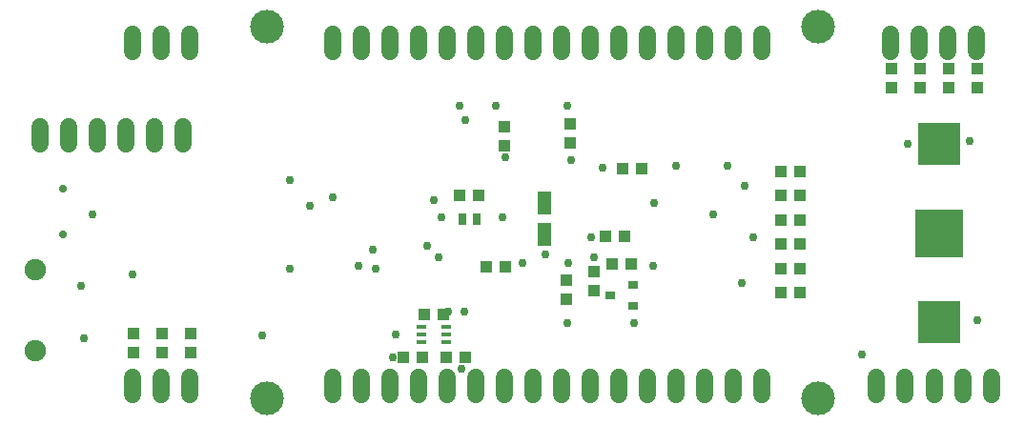
<source format=gbs>
G75*
%MOIN*%
%OFA0B0*%
%FSLAX25Y25*%
%IPPOS*%
%LPD*%
%AMOC8*
5,1,8,0,0,1.08239X$1,22.5*
%
%ADD10R,0.02520X0.04016*%
%ADD11R,0.04331X0.03937*%
%ADD12R,0.03937X0.04331*%
%ADD13R,0.04724X0.07874*%
%ADD14R,0.15000X0.15000*%
%ADD15R,0.17000X0.17000*%
%ADD16C,0.02756*%
%ADD17C,0.07480*%
%ADD18C,0.11811*%
%ADD19C,0.06000*%
%ADD20R,0.03346X0.01378*%
%ADD21R,0.03500X0.03100*%
%ADD22C,0.02953*%
D10*
X0211915Y0114860D03*
X0216954Y0114860D03*
D11*
X0217742Y0123214D03*
X0211049Y0123214D03*
X0220183Y0098198D03*
X0226876Y0098198D03*
X0258100Y0096446D03*
X0258100Y0089754D03*
X0261954Y0109002D03*
X0268647Y0109002D03*
X0267954Y0132502D03*
X0274647Y0132502D03*
X0361915Y0160754D03*
X0371915Y0160754D03*
X0381915Y0160754D03*
X0391915Y0160754D03*
X0391915Y0167446D03*
X0381915Y0167446D03*
X0371915Y0167446D03*
X0361915Y0167446D03*
X0205446Y0081600D03*
X0198754Y0081600D03*
X0116915Y0074946D03*
X0106915Y0074946D03*
X0096915Y0074946D03*
X0096915Y0068254D03*
X0106915Y0068254D03*
X0116915Y0068254D03*
D12*
X0191254Y0066600D03*
X0197946Y0066600D03*
X0206254Y0066600D03*
X0212946Y0066600D03*
X0248317Y0086868D03*
X0248317Y0093561D03*
X0264254Y0099100D03*
X0270946Y0099100D03*
X0323254Y0097600D03*
X0329946Y0097600D03*
X0329946Y0089100D03*
X0323254Y0089100D03*
X0323254Y0106100D03*
X0329946Y0106100D03*
X0329946Y0114600D03*
X0323254Y0114600D03*
X0323254Y0123100D03*
X0329946Y0123100D03*
X0329946Y0131600D03*
X0323254Y0131600D03*
X0249513Y0141639D03*
X0249513Y0148332D03*
X0226513Y0147332D03*
X0226513Y0140639D03*
D13*
X0240513Y0120498D03*
X0240513Y0109474D03*
D14*
X0378600Y0078809D03*
X0378600Y0141309D03*
D15*
X0378600Y0109809D03*
D16*
X0072411Y0109726D03*
X0072411Y0125474D03*
D17*
X0062600Y0097175D03*
X0062600Y0069025D03*
D18*
X0143529Y0052348D03*
X0336443Y0052348D03*
X0336443Y0182269D03*
X0143529Y0182269D03*
D19*
X0096600Y0059600D02*
X0096600Y0053600D01*
X0106600Y0053600D02*
X0106600Y0059600D01*
X0116600Y0059600D02*
X0116600Y0053600D01*
X0166600Y0053600D02*
X0166600Y0059600D01*
X0176600Y0059600D02*
X0176600Y0053600D01*
X0186600Y0053600D02*
X0186600Y0059600D01*
X0196600Y0059600D02*
X0196600Y0053600D01*
X0206600Y0053600D02*
X0206600Y0059600D01*
X0216600Y0059600D02*
X0216600Y0053600D01*
X0226600Y0053600D02*
X0226600Y0059600D01*
X0236600Y0059600D02*
X0236600Y0053600D01*
X0246600Y0053600D02*
X0246600Y0059600D01*
X0256600Y0059600D02*
X0256600Y0053600D01*
X0266600Y0053600D02*
X0266600Y0059600D01*
X0276600Y0059600D02*
X0276600Y0053600D01*
X0286600Y0053600D02*
X0286600Y0059600D01*
X0296600Y0059600D02*
X0296600Y0053600D01*
X0306600Y0053600D02*
X0306600Y0059600D01*
X0316600Y0059600D02*
X0316600Y0053600D01*
X0356600Y0053600D02*
X0356600Y0059600D01*
X0366600Y0059600D02*
X0366600Y0053600D01*
X0376915Y0053600D02*
X0376915Y0059600D01*
X0386915Y0059600D02*
X0386915Y0053600D01*
X0396915Y0053600D02*
X0396915Y0059600D01*
X0391600Y0173600D02*
X0391600Y0179600D01*
X0381600Y0179600D02*
X0381600Y0173600D01*
X0371600Y0173600D02*
X0371600Y0179600D01*
X0361600Y0179600D02*
X0361600Y0173600D01*
X0316600Y0173600D02*
X0316600Y0179600D01*
X0306600Y0179600D02*
X0306600Y0173600D01*
X0296600Y0173600D02*
X0296600Y0179600D01*
X0286600Y0179600D02*
X0286600Y0173600D01*
X0276600Y0173600D02*
X0276600Y0179600D01*
X0266600Y0179600D02*
X0266600Y0173600D01*
X0256600Y0173600D02*
X0256600Y0179600D01*
X0246600Y0179600D02*
X0246600Y0173600D01*
X0236600Y0173600D02*
X0236600Y0179600D01*
X0226600Y0179600D02*
X0226600Y0173600D01*
X0216600Y0173600D02*
X0216600Y0179600D01*
X0206600Y0179600D02*
X0206600Y0173600D01*
X0196600Y0173600D02*
X0196600Y0179600D01*
X0186600Y0179600D02*
X0186600Y0173600D01*
X0176600Y0173600D02*
X0176600Y0179600D01*
X0166600Y0179600D02*
X0166600Y0173600D01*
X0116600Y0173600D02*
X0116600Y0179600D01*
X0106600Y0179600D02*
X0106600Y0173600D01*
X0096600Y0173600D02*
X0096600Y0179600D01*
X0094230Y0147100D02*
X0094230Y0141100D01*
X0104230Y0141100D02*
X0104230Y0147100D01*
X0114230Y0147100D02*
X0114230Y0141100D01*
X0084230Y0141100D02*
X0084230Y0147100D01*
X0074230Y0147100D02*
X0074230Y0141100D01*
X0064230Y0141100D02*
X0064230Y0147100D01*
D20*
X0197769Y0077159D03*
X0206431Y0077159D03*
X0206431Y0074600D03*
X0206431Y0072041D03*
X0197769Y0072041D03*
X0197769Y0074600D03*
D21*
X0263650Y0088100D03*
X0271550Y0091800D03*
X0271550Y0084400D03*
D22*
X0271915Y0078600D03*
X0248600Y0078600D03*
X0212600Y0082600D03*
X0206915Y0082600D03*
X0188600Y0074600D03*
X0187600Y0066600D03*
X0211600Y0062600D03*
X0142100Y0074100D03*
X0096600Y0095600D03*
X0078600Y0091600D03*
X0079600Y0073100D03*
X0151600Y0097600D03*
X0175600Y0098600D03*
X0181600Y0097600D03*
X0180600Y0104100D03*
X0199600Y0105600D03*
X0203600Y0101600D03*
X0204600Y0115600D03*
X0201915Y0121600D03*
X0225915Y0115600D03*
X0240915Y0102600D03*
X0232915Y0099600D03*
X0248915Y0099600D03*
X0257915Y0101600D03*
X0256915Y0108600D03*
X0278600Y0098600D03*
X0309600Y0092600D03*
X0313600Y0108600D03*
X0299600Y0116600D03*
X0310600Y0126600D03*
X0304600Y0133600D03*
X0286600Y0133600D03*
X0278915Y0120600D03*
X0261128Y0132734D03*
X0249915Y0135600D03*
X0226915Y0136600D03*
X0212915Y0149600D03*
X0210915Y0154600D03*
X0223600Y0154600D03*
X0248600Y0154600D03*
X0166600Y0122600D03*
X0158600Y0119600D03*
X0151600Y0128600D03*
X0082600Y0116600D03*
X0351600Y0067600D03*
X0391915Y0079600D03*
X0389415Y0142100D03*
X0367730Y0141100D03*
M02*

</source>
